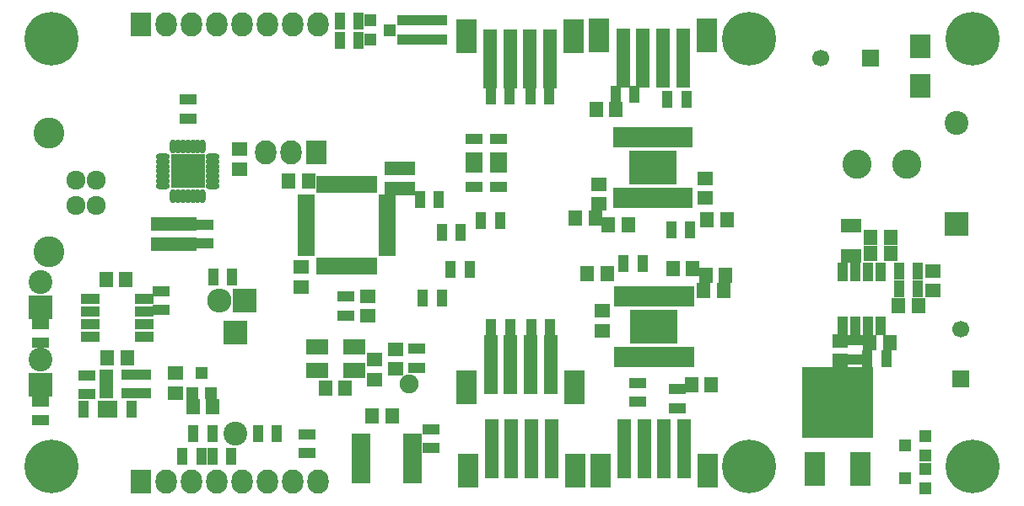
<source format=gts>
G04 #@! TF.FileFunction,Soldermask,Top*
%FSLAX46Y46*%
G04 Gerber Fmt 4.6, Leading zero omitted, Abs format (unit mm)*
G04 Created by KiCad (PCBNEW 4.0.0-stable) date 12/17/2015 2:41:47 PM*
%MOMM*%
G01*
G04 APERTURE LIST*
%ADD10C,0.100000*%
%ADD11C,5.400000*%
%ADD12R,1.650000X1.400000*%
%ADD13R,1.400000X1.650000*%
%ADD14R,1.700000X1.700000*%
%ADD15C,1.700000*%
%ADD16R,2.400000X2.400000*%
%ADD17C,2.400000*%
%ADD18C,2.398980*%
%ADD19R,2.398980X2.398980*%
%ADD20R,2.100000X2.400000*%
%ADD21C,2.940000*%
%ADD22C,1.901140*%
%ADD23R,2.432000X2.432000*%
%ADD24O,2.432000X2.432000*%
%ADD25R,2.127200X2.432000*%
%ADD26O,2.127200X2.432000*%
%ADD27C,1.924000*%
%ADD28C,3.100020*%
%ADD29R,2.051000X3.448000*%
%ADD30R,7.100520X7.100520*%
%ADD31R,1.700000X1.100000*%
%ADD32R,1.100000X1.700000*%
%ADD33R,0.648920X1.700000*%
%ADD34R,0.651460X1.700000*%
%ADD35R,1.700000X0.648920*%
%ADD36R,1.700000X0.651460*%
%ADD37R,2.299920X1.499820*%
%ADD38O,1.400760X0.648920*%
%ADD39O,0.648920X1.400760*%
%ADD40R,3.400000X3.400000*%
%ADD41C,3.400000*%
%ADD42R,1.950000X1.000000*%
%ADD43R,1.000000X1.950000*%
%ADD44R,1.460000X1.050000*%
%ADD45R,0.850000X2.050000*%
%ADD46R,4.720000X3.400000*%
%ADD47R,1.400000X5.900000*%
%ADD48R,2.000000X3.400000*%
%ADD49R,1.200100X1.200100*%
%ADD50R,2.000000X1.400000*%
G04 APERTURE END LIST*
D10*
D11*
X73500000Y-3500000D03*
X3500000Y-3500000D03*
X3500000Y-46500000D03*
X73500000Y-46500000D03*
X96000000Y-46500000D03*
X96000000Y-3500000D03*
D12*
X17300000Y-22100000D03*
X17300000Y-24100000D03*
D13*
X33000000Y-38600000D03*
X31000000Y-38600000D03*
D12*
X35950000Y-35750000D03*
X35950000Y-37750000D03*
X38050000Y-36700000D03*
X38050000Y-34700000D03*
X15800000Y-22100000D03*
X15800000Y-24100000D03*
X14300000Y-22100000D03*
X14300000Y-24100000D03*
X22400000Y-16600000D03*
X22400000Y-14600000D03*
X28550000Y-26450000D03*
X28550000Y-28450000D03*
D13*
X29350000Y-17750000D03*
X27350000Y-17750000D03*
D12*
X37750000Y-18550000D03*
X37750000Y-16550000D03*
X35250000Y-29350000D03*
X35250000Y-31350000D03*
X39250000Y-18550000D03*
X39250000Y-16550000D03*
D13*
X85750000Y-23450000D03*
X87750000Y-23450000D03*
X11000000Y-27700000D03*
X9000000Y-27700000D03*
X85750000Y-25050000D03*
X87750000Y-25050000D03*
X90550000Y-30350000D03*
X88550000Y-30350000D03*
D12*
X16000000Y-37100000D03*
X16000000Y-39100000D03*
D13*
X85650000Y-34050000D03*
X87650000Y-34050000D03*
D12*
X82650000Y-35850000D03*
X82650000Y-33850000D03*
D13*
X19700000Y-40500000D03*
X17700000Y-40500000D03*
D14*
X85700000Y-5400000D03*
D15*
X80700000Y-5400000D03*
D13*
X11100000Y-35600000D03*
X9100000Y-35600000D03*
D12*
X92000000Y-28800000D03*
X92000000Y-26800000D03*
D14*
X94800000Y-37700000D03*
D15*
X94800000Y-32700000D03*
D13*
X35700000Y-41400000D03*
X37700000Y-41400000D03*
X69300000Y-21700000D03*
X71300000Y-21700000D03*
D12*
X58500000Y-18100000D03*
X58500000Y-20100000D03*
D13*
X58100000Y-21500000D03*
X56100000Y-21500000D03*
X61400000Y-22200000D03*
X59400000Y-22200000D03*
X60200000Y-10550000D03*
X58200000Y-10550000D03*
X59300000Y-27100000D03*
X57300000Y-27100000D03*
X71000000Y-28800000D03*
X69000000Y-28800000D03*
X69200000Y-27300000D03*
X71200000Y-27300000D03*
X65900000Y-26600000D03*
X67900000Y-26600000D03*
X67750000Y-38300000D03*
X69750000Y-38300000D03*
D16*
X2400000Y-38300000D03*
D17*
X2400000Y-35760000D03*
D16*
X2400000Y-30500000D03*
D17*
X2400000Y-27960000D03*
D18*
X22002540Y-43160000D03*
D19*
X22002540Y-33000000D03*
D18*
X94397460Y-11940000D03*
D19*
X94397460Y-22100000D03*
D20*
X90700000Y-4250000D03*
X90700000Y-8250000D03*
D21*
X84400640Y-16100000D03*
X89399360Y-16100000D03*
D22*
X39400000Y-38200000D03*
D23*
X22900000Y-29800000D03*
D24*
X20360000Y-29800000D03*
D25*
X12500000Y-2000000D03*
D26*
X15040000Y-2000000D03*
X17580000Y-2000000D03*
X20120000Y-2000000D03*
X22660000Y-2000000D03*
X25200000Y-2000000D03*
X27740000Y-2000000D03*
X30280000Y-2000000D03*
D27*
X8000000Y-17660000D03*
X8000000Y-20200000D03*
X6001020Y-20200000D03*
X6001020Y-17660000D03*
D28*
X3301000Y-12930520D03*
X3301000Y-24929480D03*
D25*
X30100000Y-14900000D03*
D26*
X27560000Y-14900000D03*
X25020000Y-14900000D03*
D29*
X80098760Y-46700000D03*
D30*
X82400000Y-40050280D03*
D29*
X84701240Y-46700000D03*
D31*
X18900000Y-24050000D03*
X18900000Y-22150000D03*
X2400000Y-41850000D03*
X2400000Y-39950000D03*
X2400000Y-34050000D03*
X2400000Y-32150000D03*
X29200000Y-43250000D03*
X29200000Y-45150000D03*
D32*
X21650000Y-27400000D03*
X19750000Y-27400000D03*
D31*
X33050000Y-29400000D03*
X33050000Y-31300000D03*
D32*
X48550000Y-21800000D03*
X46650000Y-21800000D03*
D31*
X40200000Y-34650000D03*
X40200000Y-36550000D03*
X14500000Y-28850000D03*
X14500000Y-30750000D03*
D32*
X18550000Y-45500000D03*
X16650000Y-45500000D03*
X19650000Y-45500000D03*
X21550000Y-45500000D03*
X88600000Y-26850000D03*
X90500000Y-26850000D03*
X24250000Y-43200000D03*
X26150000Y-43200000D03*
X19650000Y-43200000D03*
X17750000Y-43200000D03*
X90500000Y-28650000D03*
X88600000Y-28650000D03*
D31*
X7050000Y-37300000D03*
X7050000Y-39200000D03*
D32*
X6750000Y-40700000D03*
X8650000Y-40700000D03*
X32450000Y-3600000D03*
X34350000Y-3600000D03*
X34350000Y-1700000D03*
X32450000Y-1700000D03*
D31*
X12700000Y-37250000D03*
X12700000Y-39150000D03*
D32*
X11550000Y-40700000D03*
X9650000Y-40700000D03*
D31*
X39100000Y-1650000D03*
X39100000Y-3550000D03*
X84150000Y-35700000D03*
X84150000Y-33800000D03*
D32*
X85400000Y-35650000D03*
X87300000Y-35650000D03*
D31*
X40700000Y-3550000D03*
X40700000Y-1650000D03*
X42400000Y-3550000D03*
X42400000Y-1650000D03*
X48400000Y-13550000D03*
X48400000Y-15450000D03*
X48400000Y-16450000D03*
X48400000Y-18350000D03*
X45900000Y-13550000D03*
X45900000Y-15450000D03*
X45900000Y-16450000D03*
X45900000Y-18350000D03*
X41600000Y-42750000D03*
X41600000Y-44650000D03*
D32*
X51650000Y-32500000D03*
X53550000Y-32500000D03*
X49550000Y-32500000D03*
X47650000Y-32500000D03*
X49500000Y-9250000D03*
X47600000Y-9250000D03*
X51600000Y-9250000D03*
X53500000Y-9250000D03*
X44600000Y-22950000D03*
X42700000Y-22950000D03*
X42400000Y-19650000D03*
X40500000Y-19650000D03*
X60150000Y-9050000D03*
X62050000Y-9050000D03*
X67250000Y-9600000D03*
X65350000Y-9600000D03*
X42700000Y-29550000D03*
X40800000Y-29550000D03*
X45500000Y-26650000D03*
X43600000Y-26650000D03*
D31*
X66350000Y-40600000D03*
X66350000Y-38700000D03*
X62400000Y-40000000D03*
X62400000Y-38100000D03*
D33*
X35898280Y-26347020D03*
D34*
X35397900Y-26347020D03*
X34897520Y-26347020D03*
X34397140Y-26347020D03*
D33*
X33899300Y-26347020D03*
X33398920Y-26347020D03*
X32901080Y-26347020D03*
X32400700Y-26347020D03*
D34*
X31902860Y-26347020D03*
X31402480Y-26347020D03*
X30902100Y-26347020D03*
D33*
X30401720Y-26347020D03*
D35*
X29052980Y-24998280D03*
D36*
X29052980Y-24497900D03*
X29052980Y-23997520D03*
X29052980Y-23497140D03*
D35*
X29052980Y-22999300D03*
X29052980Y-22498920D03*
X29052980Y-22001080D03*
X29052980Y-21500700D03*
D36*
X29052980Y-21002860D03*
X29052980Y-20502480D03*
X29052980Y-20002100D03*
D35*
X29052980Y-19501720D03*
D33*
X35898280Y-18152980D03*
D34*
X35397900Y-18152980D03*
X34897520Y-18152980D03*
X34397140Y-18152980D03*
D33*
X33899300Y-18152980D03*
X33398920Y-18152980D03*
X32901080Y-18152980D03*
X32400700Y-18152980D03*
D34*
X31902860Y-18152980D03*
X31402480Y-18152980D03*
X30902100Y-18152980D03*
D33*
X30401720Y-18152980D03*
D35*
X37247020Y-24998280D03*
D36*
X37247020Y-24497900D03*
X37247020Y-23997520D03*
X37247020Y-23497140D03*
D35*
X37247020Y-22999300D03*
X37247020Y-22498920D03*
X37247020Y-22001080D03*
X37247020Y-21500700D03*
D36*
X37247020Y-21002860D03*
X37247020Y-20502480D03*
X37247020Y-20002100D03*
D35*
X37247020Y-19501720D03*
D37*
X33899120Y-34499380D03*
X30200880Y-34499380D03*
X30200880Y-36800620D03*
X33899120Y-36800620D03*
D38*
X14700640Y-15298860D03*
X14700640Y-15799240D03*
X14700640Y-16299620D03*
X14700640Y-16800000D03*
X14700640Y-17300380D03*
X14700640Y-17800760D03*
X14700640Y-18301140D03*
D39*
X15698860Y-19299360D03*
X16199240Y-19299360D03*
X16699620Y-19299360D03*
X17200000Y-19299360D03*
X17700380Y-19299360D03*
X18200760Y-19299360D03*
X18701140Y-19299360D03*
D38*
X19699360Y-18301140D03*
X19699360Y-17800760D03*
X19699360Y-17300380D03*
X19699360Y-16800000D03*
X19699360Y-16299620D03*
X19699360Y-15799240D03*
X19699360Y-15298860D03*
D39*
X18701140Y-14300640D03*
X18200760Y-14300640D03*
X17700380Y-14300640D03*
X17200000Y-14300640D03*
X16699620Y-14300640D03*
X16199240Y-14300640D03*
X15698860Y-14300640D03*
D40*
X17200000Y-16800000D03*
D41*
X17200000Y-16800000D03*
D42*
X7400000Y-29595000D03*
X7400000Y-30865000D03*
X7400000Y-32135000D03*
X7400000Y-33405000D03*
X12800000Y-33405000D03*
X12800000Y-32135000D03*
X12800000Y-30865000D03*
X12800000Y-29595000D03*
D43*
X82945000Y-32350000D03*
X84215000Y-32350000D03*
X85485000Y-32350000D03*
X86755000Y-32350000D03*
X86755000Y-26950000D03*
X85485000Y-26950000D03*
X84215000Y-26950000D03*
X82945000Y-26950000D03*
D44*
X9000000Y-37250000D03*
X9000000Y-38200000D03*
X9000000Y-39150000D03*
X11200000Y-39150000D03*
X11200000Y-37250000D03*
D42*
X34620000Y-43700000D03*
X34620000Y-44700000D03*
X34620000Y-45700000D03*
X34620000Y-46700000D03*
X39780000Y-46700000D03*
X39780000Y-45700000D03*
X39780000Y-44700000D03*
X39780000Y-43700000D03*
X34620000Y-47700000D03*
X39780000Y-47700000D03*
D45*
X60325000Y-19450000D03*
X60975000Y-19450000D03*
X61625000Y-19450000D03*
X62275000Y-19450000D03*
X62925000Y-19450000D03*
X63575000Y-19450000D03*
X64225000Y-19450000D03*
X64875000Y-19450000D03*
X65525000Y-19450000D03*
X66175000Y-19450000D03*
X66825000Y-19450000D03*
X67475000Y-19450000D03*
X67475000Y-13350000D03*
X66825000Y-13350000D03*
X66175000Y-13350000D03*
X65525000Y-13350000D03*
X64875000Y-13350000D03*
X64225000Y-13350000D03*
X63575000Y-13350000D03*
X62925000Y-13350000D03*
X62275000Y-13350000D03*
X61625000Y-13350000D03*
X60975000Y-13350000D03*
X60325000Y-13350000D03*
D46*
X63900000Y-16400000D03*
D41*
X63900000Y-16400000D03*
D45*
X67575000Y-29350000D03*
X66925000Y-29350000D03*
X66275000Y-29350000D03*
X65625000Y-29350000D03*
X64975000Y-29350000D03*
X64325000Y-29350000D03*
X63675000Y-29350000D03*
X63025000Y-29350000D03*
X62375000Y-29350000D03*
X61725000Y-29350000D03*
X61075000Y-29350000D03*
X60425000Y-29350000D03*
X60425000Y-35450000D03*
X61075000Y-35450000D03*
X61725000Y-35450000D03*
X62375000Y-35450000D03*
X63025000Y-35450000D03*
X63675000Y-35450000D03*
X64325000Y-35450000D03*
X64975000Y-35450000D03*
X65625000Y-35450000D03*
X66275000Y-35450000D03*
X66925000Y-35450000D03*
X67575000Y-35450000D03*
D46*
X64000000Y-32400000D03*
D41*
X64000000Y-32400000D03*
D47*
X53700000Y-44675000D03*
X51700000Y-44675000D03*
X49700000Y-44675000D03*
X47700000Y-44675000D03*
D48*
X56100000Y-46925000D03*
X45300000Y-46925000D03*
D47*
X53600000Y-36275000D03*
X51600000Y-36275000D03*
X49600000Y-36275000D03*
X47600000Y-36275000D03*
D48*
X56000000Y-38525000D03*
X45200000Y-38525000D03*
D47*
X47550000Y-5475000D03*
X49550000Y-5475000D03*
X51550000Y-5475000D03*
X53550000Y-5475000D03*
D48*
X45150000Y-3225000D03*
X55950000Y-3225000D03*
D47*
X60900000Y-5425000D03*
X62900000Y-5425000D03*
X64900000Y-5425000D03*
X66900000Y-5425000D03*
D48*
X58500000Y-3175000D03*
X69300000Y-3175000D03*
D47*
X67000000Y-44675000D03*
X65000000Y-44675000D03*
X63000000Y-44675000D03*
X61000000Y-44675000D03*
D48*
X69400000Y-46925000D03*
X58600000Y-46925000D03*
D25*
X12500000Y-48000000D03*
D26*
X15040000Y-48000000D03*
X17580000Y-48000000D03*
X20120000Y-48000000D03*
X22660000Y-48000000D03*
X25200000Y-48000000D03*
X27740000Y-48000000D03*
X30280000Y-48000000D03*
D49*
X35499240Y-1650000D03*
X35499240Y-3550000D03*
X37498220Y-2600000D03*
X91200760Y-48650000D03*
X91200760Y-46750000D03*
X89201780Y-47700000D03*
X91200760Y-45350000D03*
X91200760Y-43450000D03*
X89201780Y-44400000D03*
X17650000Y-39100760D03*
X19550000Y-39100760D03*
X18600000Y-37101780D03*
D32*
X67650000Y-22700000D03*
X65750000Y-22700000D03*
X60950000Y-26100000D03*
X62850000Y-26100000D03*
D12*
X69100000Y-19500000D03*
X69100000Y-17500000D03*
X58800000Y-30850000D03*
X58800000Y-32850000D03*
D50*
X83800000Y-25300000D03*
X83800000Y-22300000D03*
D31*
X17200000Y-9600000D03*
X17200000Y-11500000D03*
M02*

</source>
